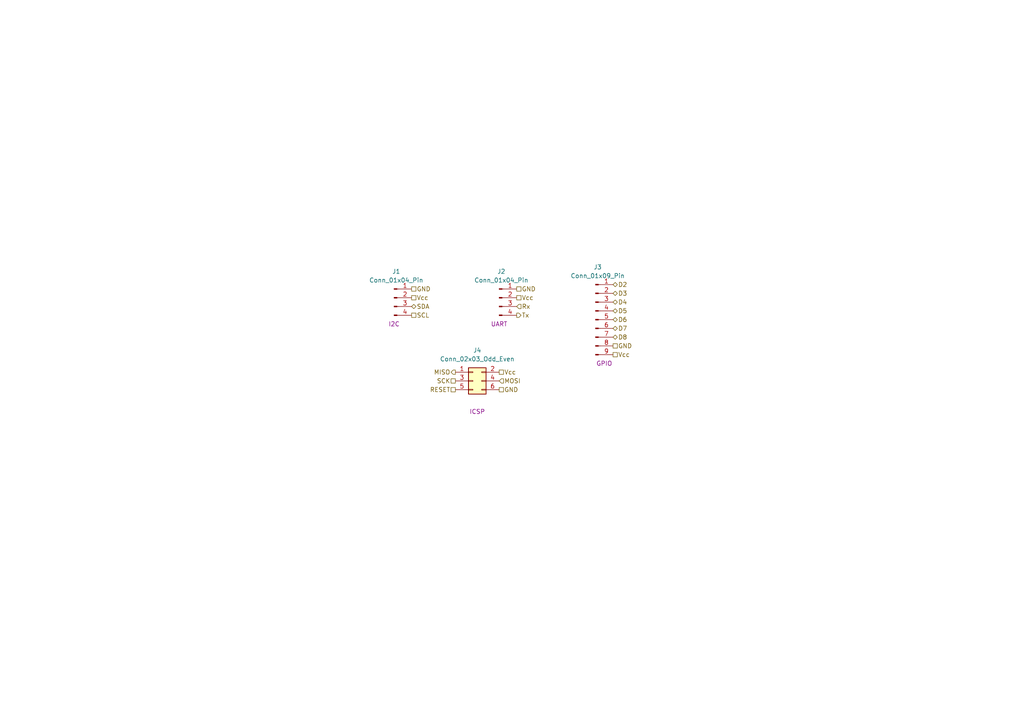
<source format=kicad_sch>
(kicad_sch
	(version 20231120)
	(generator "eeschema")
	(generator_version "8.0")
	(uuid "bd4f71a5-4339-4ba1-ae31-4edf97dfb904")
	(paper "A4")
	(lib_symbols
		(symbol "Connector:Conn_01x04_Pin"
			(pin_names
				(offset 1.016) hide)
			(exclude_from_sim no)
			(in_bom yes)
			(on_board yes)
			(property "Reference" "J"
				(at 0 5.08 0)
				(effects
					(font
						(size 1.27 1.27)
					)
				)
			)
			(property "Value" "Conn_01x04_Pin"
				(at 0 -7.62 0)
				(effects
					(font
						(size 1.27 1.27)
					)
				)
			)
			(property "Footprint" ""
				(at 0 0 0)
				(effects
					(font
						(size 1.27 1.27)
					)
					(hide yes)
				)
			)
			(property "Datasheet" "~"
				(at 0 0 0)
				(effects
					(font
						(size 1.27 1.27)
					)
					(hide yes)
				)
			)
			(property "Description" "Generic connector, single row, 01x04, script generated"
				(at 0 0 0)
				(effects
					(font
						(size 1.27 1.27)
					)
					(hide yes)
				)
			)
			(property "ki_locked" ""
				(at 0 0 0)
				(effects
					(font
						(size 1.27 1.27)
					)
				)
			)
			(property "ki_keywords" "connector"
				(at 0 0 0)
				(effects
					(font
						(size 1.27 1.27)
					)
					(hide yes)
				)
			)
			(property "ki_fp_filters" "Connector*:*_1x??_*"
				(at 0 0 0)
				(effects
					(font
						(size 1.27 1.27)
					)
					(hide yes)
				)
			)
			(symbol "Conn_01x04_Pin_1_1"
				(polyline
					(pts
						(xy 1.27 -5.08) (xy 0.8636 -5.08)
					)
					(stroke
						(width 0.1524)
						(type default)
					)
					(fill
						(type none)
					)
				)
				(polyline
					(pts
						(xy 1.27 -2.54) (xy 0.8636 -2.54)
					)
					(stroke
						(width 0.1524)
						(type default)
					)
					(fill
						(type none)
					)
				)
				(polyline
					(pts
						(xy 1.27 0) (xy 0.8636 0)
					)
					(stroke
						(width 0.1524)
						(type default)
					)
					(fill
						(type none)
					)
				)
				(polyline
					(pts
						(xy 1.27 2.54) (xy 0.8636 2.54)
					)
					(stroke
						(width 0.1524)
						(type default)
					)
					(fill
						(type none)
					)
				)
				(rectangle
					(start 0.8636 -4.953)
					(end 0 -5.207)
					(stroke
						(width 0.1524)
						(type default)
					)
					(fill
						(type outline)
					)
				)
				(rectangle
					(start 0.8636 -2.413)
					(end 0 -2.667)
					(stroke
						(width 0.1524)
						(type default)
					)
					(fill
						(type outline)
					)
				)
				(rectangle
					(start 0.8636 0.127)
					(end 0 -0.127)
					(stroke
						(width 0.1524)
						(type default)
					)
					(fill
						(type outline)
					)
				)
				(rectangle
					(start 0.8636 2.667)
					(end 0 2.413)
					(stroke
						(width 0.1524)
						(type default)
					)
					(fill
						(type outline)
					)
				)
				(pin passive line
					(at 5.08 2.54 180)
					(length 3.81)
					(name "Pin_1"
						(effects
							(font
								(size 1.27 1.27)
							)
						)
					)
					(number "1"
						(effects
							(font
								(size 1.27 1.27)
							)
						)
					)
				)
				(pin passive line
					(at 5.08 0 180)
					(length 3.81)
					(name "Pin_2"
						(effects
							(font
								(size 1.27 1.27)
							)
						)
					)
					(number "2"
						(effects
							(font
								(size 1.27 1.27)
							)
						)
					)
				)
				(pin passive line
					(at 5.08 -2.54 180)
					(length 3.81)
					(name "Pin_3"
						(effects
							(font
								(size 1.27 1.27)
							)
						)
					)
					(number "3"
						(effects
							(font
								(size 1.27 1.27)
							)
						)
					)
				)
				(pin passive line
					(at 5.08 -5.08 180)
					(length 3.81)
					(name "Pin_4"
						(effects
							(font
								(size 1.27 1.27)
							)
						)
					)
					(number "4"
						(effects
							(font
								(size 1.27 1.27)
							)
						)
					)
				)
			)
		)
		(symbol "Connector:Conn_01x09_Pin"
			(pin_names
				(offset 1.016) hide)
			(exclude_from_sim no)
			(in_bom yes)
			(on_board yes)
			(property "Reference" "J"
				(at 0 12.7 0)
				(effects
					(font
						(size 1.27 1.27)
					)
				)
			)
			(property "Value" "Conn_01x09_Pin"
				(at 0 -12.7 0)
				(effects
					(font
						(size 1.27 1.27)
					)
				)
			)
			(property "Footprint" ""
				(at 0 0 0)
				(effects
					(font
						(size 1.27 1.27)
					)
					(hide yes)
				)
			)
			(property "Datasheet" "~"
				(at 0 0 0)
				(effects
					(font
						(size 1.27 1.27)
					)
					(hide yes)
				)
			)
			(property "Description" "Generic connector, single row, 01x09, script generated"
				(at 0 0 0)
				(effects
					(font
						(size 1.27 1.27)
					)
					(hide yes)
				)
			)
			(property "ki_locked" ""
				(at 0 0 0)
				(effects
					(font
						(size 1.27 1.27)
					)
				)
			)
			(property "ki_keywords" "connector"
				(at 0 0 0)
				(effects
					(font
						(size 1.27 1.27)
					)
					(hide yes)
				)
			)
			(property "ki_fp_filters" "Connector*:*_1x??_*"
				(at 0 0 0)
				(effects
					(font
						(size 1.27 1.27)
					)
					(hide yes)
				)
			)
			(symbol "Conn_01x09_Pin_1_1"
				(polyline
					(pts
						(xy 1.27 -10.16) (xy 0.8636 -10.16)
					)
					(stroke
						(width 0.1524)
						(type default)
					)
					(fill
						(type none)
					)
				)
				(polyline
					(pts
						(xy 1.27 -7.62) (xy 0.8636 -7.62)
					)
					(stroke
						(width 0.1524)
						(type default)
					)
					(fill
						(type none)
					)
				)
				(polyline
					(pts
						(xy 1.27 -5.08) (xy 0.8636 -5.08)
					)
					(stroke
						(width 0.1524)
						(type default)
					)
					(fill
						(type none)
					)
				)
				(polyline
					(pts
						(xy 1.27 -2.54) (xy 0.8636 -2.54)
					)
					(stroke
						(width 0.1524)
						(type default)
					)
					(fill
						(type none)
					)
				)
				(polyline
					(pts
						(xy 1.27 0) (xy 0.8636 0)
					)
					(stroke
						(width 0.1524)
						(type default)
					)
					(fill
						(type none)
					)
				)
				(polyline
					(pts
						(xy 1.27 2.54) (xy 0.8636 2.54)
					)
					(stroke
						(width 0.1524)
						(type default)
					)
					(fill
						(type none)
					)
				)
				(polyline
					(pts
						(xy 1.27 5.08) (xy 0.8636 5.08)
					)
					(stroke
						(width 0.1524)
						(type default)
					)
					(fill
						(type none)
					)
				)
				(polyline
					(pts
						(xy 1.27 7.62) (xy 0.8636 7.62)
					)
					(stroke
						(width 0.1524)
						(type default)
					)
					(fill
						(type none)
					)
				)
				(polyline
					(pts
						(xy 1.27 10.16) (xy 0.8636 10.16)
					)
					(stroke
						(width 0.1524)
						(type default)
					)
					(fill
						(type none)
					)
				)
				(rectangle
					(start 0.8636 -10.033)
					(end 0 -10.287)
					(stroke
						(width 0.1524)
						(type default)
					)
					(fill
						(type outline)
					)
				)
				(rectangle
					(start 0.8636 -7.493)
					(end 0 -7.747)
					(stroke
						(width 0.1524)
						(type default)
					)
					(fill
						(type outline)
					)
				)
				(rectangle
					(start 0.8636 -4.953)
					(end 0 -5.207)
					(stroke
						(width 0.1524)
						(type default)
					)
					(fill
						(type outline)
					)
				)
				(rectangle
					(start 0.8636 -2.413)
					(end 0 -2.667)
					(stroke
						(width 0.1524)
						(type default)
					)
					(fill
						(type outline)
					)
				)
				(rectangle
					(start 0.8636 0.127)
					(end 0 -0.127)
					(stroke
						(width 0.1524)
						(type default)
					)
					(fill
						(type outline)
					)
				)
				(rectangle
					(start 0.8636 2.667)
					(end 0 2.413)
					(stroke
						(width 0.1524)
						(type default)
					)
					(fill
						(type outline)
					)
				)
				(rectangle
					(start 0.8636 5.207)
					(end 0 4.953)
					(stroke
						(width 0.1524)
						(type default)
					)
					(fill
						(type outline)
					)
				)
				(rectangle
					(start 0.8636 7.747)
					(end 0 7.493)
					(stroke
						(width 0.1524)
						(type default)
					)
					(fill
						(type outline)
					)
				)
				(rectangle
					(start 0.8636 10.287)
					(end 0 10.033)
					(stroke
						(width 0.1524)
						(type default)
					)
					(fill
						(type outline)
					)
				)
				(pin passive line
					(at 5.08 10.16 180)
					(length 3.81)
					(name "Pin_1"
						(effects
							(font
								(size 1.27 1.27)
							)
						)
					)
					(number "1"
						(effects
							(font
								(size 1.27 1.27)
							)
						)
					)
				)
				(pin passive line
					(at 5.08 7.62 180)
					(length 3.81)
					(name "Pin_2"
						(effects
							(font
								(size 1.27 1.27)
							)
						)
					)
					(number "2"
						(effects
							(font
								(size 1.27 1.27)
							)
						)
					)
				)
				(pin passive line
					(at 5.08 5.08 180)
					(length 3.81)
					(name "Pin_3"
						(effects
							(font
								(size 1.27 1.27)
							)
						)
					)
					(number "3"
						(effects
							(font
								(size 1.27 1.27)
							)
						)
					)
				)
				(pin passive line
					(at 5.08 2.54 180)
					(length 3.81)
					(name "Pin_4"
						(effects
							(font
								(size 1.27 1.27)
							)
						)
					)
					(number "4"
						(effects
							(font
								(size 1.27 1.27)
							)
						)
					)
				)
				(pin passive line
					(at 5.08 0 180)
					(length 3.81)
					(name "Pin_5"
						(effects
							(font
								(size 1.27 1.27)
							)
						)
					)
					(number "5"
						(effects
							(font
								(size 1.27 1.27)
							)
						)
					)
				)
				(pin passive line
					(at 5.08 -2.54 180)
					(length 3.81)
					(name "Pin_6"
						(effects
							(font
								(size 1.27 1.27)
							)
						)
					)
					(number "6"
						(effects
							(font
								(size 1.27 1.27)
							)
						)
					)
				)
				(pin passive line
					(at 5.08 -5.08 180)
					(length 3.81)
					(name "Pin_7"
						(effects
							(font
								(size 1.27 1.27)
							)
						)
					)
					(number "7"
						(effects
							(font
								(size 1.27 1.27)
							)
						)
					)
				)
				(pin passive line
					(at 5.08 -7.62 180)
					(length 3.81)
					(name "Pin_8"
						(effects
							(font
								(size 1.27 1.27)
							)
						)
					)
					(number "8"
						(effects
							(font
								(size 1.27 1.27)
							)
						)
					)
				)
				(pin passive line
					(at 5.08 -10.16 180)
					(length 3.81)
					(name "Pin_9"
						(effects
							(font
								(size 1.27 1.27)
							)
						)
					)
					(number "9"
						(effects
							(font
								(size 1.27 1.27)
							)
						)
					)
				)
			)
		)
		(symbol "Connector_Generic:Conn_02x03_Odd_Even"
			(pin_names
				(offset 1.016) hide)
			(exclude_from_sim no)
			(in_bom yes)
			(on_board yes)
			(property "Reference" "J"
				(at 1.27 5.08 0)
				(effects
					(font
						(size 1.27 1.27)
					)
				)
			)
			(property "Value" "Conn_02x03_Odd_Even"
				(at 1.27 -5.08 0)
				(effects
					(font
						(size 1.27 1.27)
					)
				)
			)
			(property "Footprint" ""
				(at 0 0 0)
				(effects
					(font
						(size 1.27 1.27)
					)
					(hide yes)
				)
			)
			(property "Datasheet" "~"
				(at 0 0 0)
				(effects
					(font
						(size 1.27 1.27)
					)
					(hide yes)
				)
			)
			(property "Description" "Generic connector, double row, 02x03, odd/even pin numbering scheme (row 1 odd numbers, row 2 even numbers), script generated (kicad-library-utils/schlib/autogen/connector/)"
				(at 0 0 0)
				(effects
					(font
						(size 1.27 1.27)
					)
					(hide yes)
				)
			)
			(property "ki_keywords" "connector"
				(at 0 0 0)
				(effects
					(font
						(size 1.27 1.27)
					)
					(hide yes)
				)
			)
			(property "ki_fp_filters" "Connector*:*_2x??_*"
				(at 0 0 0)
				(effects
					(font
						(size 1.27 1.27)
					)
					(hide yes)
				)
			)
			(symbol "Conn_02x03_Odd_Even_1_1"
				(rectangle
					(start -1.27 -2.413)
					(end 0 -2.667)
					(stroke
						(width 0.1524)
						(type default)
					)
					(fill
						(type none)
					)
				)
				(rectangle
					(start -1.27 0.127)
					(end 0 -0.127)
					(stroke
						(width 0.1524)
						(type default)
					)
					(fill
						(type none)
					)
				)
				(rectangle
					(start -1.27 2.667)
					(end 0 2.413)
					(stroke
						(width 0.1524)
						(type default)
					)
					(fill
						(type none)
					)
				)
				(rectangle
					(start -1.27 3.81)
					(end 3.81 -3.81)
					(stroke
						(width 0.254)
						(type default)
					)
					(fill
						(type background)
					)
				)
				(rectangle
					(start 3.81 -2.413)
					(end 2.54 -2.667)
					(stroke
						(width 0.1524)
						(type default)
					)
					(fill
						(type none)
					)
				)
				(rectangle
					(start 3.81 0.127)
					(end 2.54 -0.127)
					(stroke
						(width 0.1524)
						(type default)
					)
					(fill
						(type none)
					)
				)
				(rectangle
					(start 3.81 2.667)
					(end 2.54 2.413)
					(stroke
						(width 0.1524)
						(type default)
					)
					(fill
						(type none)
					)
				)
				(pin passive line
					(at -5.08 2.54 0)
					(length 3.81)
					(name "Pin_1"
						(effects
							(font
								(size 1.27 1.27)
							)
						)
					)
					(number "1"
						(effects
							(font
								(size 1.27 1.27)
							)
						)
					)
				)
				(pin passive line
					(at 7.62 2.54 180)
					(length 3.81)
					(name "Pin_2"
						(effects
							(font
								(size 1.27 1.27)
							)
						)
					)
					(number "2"
						(effects
							(font
								(size 1.27 1.27)
							)
						)
					)
				)
				(pin passive line
					(at -5.08 0 0)
					(length 3.81)
					(name "Pin_3"
						(effects
							(font
								(size 1.27 1.27)
							)
						)
					)
					(number "3"
						(effects
							(font
								(size 1.27 1.27)
							)
						)
					)
				)
				(pin passive line
					(at 7.62 0 180)
					(length 3.81)
					(name "Pin_4"
						(effects
							(font
								(size 1.27 1.27)
							)
						)
					)
					(number "4"
						(effects
							(font
								(size 1.27 1.27)
							)
						)
					)
				)
				(pin passive line
					(at -5.08 -2.54 0)
					(length 3.81)
					(name "Pin_5"
						(effects
							(font
								(size 1.27 1.27)
							)
						)
					)
					(number "5"
						(effects
							(font
								(size 1.27 1.27)
							)
						)
					)
				)
				(pin passive line
					(at 7.62 -2.54 180)
					(length 3.81)
					(name "Pin_6"
						(effects
							(font
								(size 1.27 1.27)
							)
						)
					)
					(number "6"
						(effects
							(font
								(size 1.27 1.27)
							)
						)
					)
				)
			)
		)
	)
	(hierarchical_label "Rx"
		(shape input)
		(at 149.86 88.9 0)
		(fields_autoplaced yes)
		(effects
			(font
				(size 1.27 1.27)
			)
			(justify left)
		)
		(uuid "0761dec5-c325-4c0c-8467-57f8e56cd48c")
	)
	(hierarchical_label "D5"
		(shape bidirectional)
		(at 177.8 90.17 0)
		(fields_autoplaced yes)
		(effects
			(font
				(size 1.27 1.27)
			)
			(justify left)
		)
		(uuid "151ddc86-b3bc-4c82-9509-d2aa1ec60b03")
	)
	(hierarchical_label "D3"
		(shape bidirectional)
		(at 177.8 85.09 0)
		(fields_autoplaced yes)
		(effects
			(font
				(size 1.27 1.27)
			)
			(justify left)
		)
		(uuid "18e5529f-4b76-4459-bdad-f769de373590")
	)
	(hierarchical_label "D8"
		(shape bidirectional)
		(at 177.8 97.79 0)
		(fields_autoplaced yes)
		(effects
			(font
				(size 1.27 1.27)
			)
			(justify left)
		)
		(uuid "1a9404a1-f424-402b-9ac9-7e394ee25311")
	)
	(hierarchical_label "GND"
		(shape passive)
		(at 119.38 83.82 0)
		(fields_autoplaced yes)
		(effects
			(font
				(size 1.27 1.27)
			)
			(justify left)
		)
		(uuid "3464bb55-6264-4abc-b128-2126093c6b0b")
	)
	(hierarchical_label "Vcc"
		(shape passive)
		(at 144.78 107.95 0)
		(fields_autoplaced yes)
		(effects
			(font
				(size 1.27 1.27)
			)
			(justify left)
		)
		(uuid "4967e92d-a349-4868-8aa7-c7701aa91eae")
	)
	(hierarchical_label "Tx"
		(shape output)
		(at 149.86 91.44 0)
		(fields_autoplaced yes)
		(effects
			(font
				(size 1.27 1.27)
			)
			(justify left)
		)
		(uuid "4a97568d-37c2-4565-8f8d-df471739bcef")
	)
	(hierarchical_label "Vcc"
		(shape passive)
		(at 149.86 86.36 0)
		(fields_autoplaced yes)
		(effects
			(font
				(size 1.27 1.27)
			)
			(justify left)
		)
		(uuid "70af2c97-ff30-4a96-8526-85006c6e197f")
	)
	(hierarchical_label "Vcc"
		(shape passive)
		(at 119.38 86.36 0)
		(fields_autoplaced yes)
		(effects
			(font
				(size 1.27 1.27)
			)
			(justify left)
		)
		(uuid "7d2d4d20-433f-4dd3-9aec-7dc63d3c753b")
	)
	(hierarchical_label "GND"
		(shape passive)
		(at 177.8 100.33 0)
		(fields_autoplaced yes)
		(effects
			(font
				(size 1.27 1.27)
			)
			(justify left)
		)
		(uuid "8289f338-3e82-4a52-9752-d4ec14c05da7")
	)
	(hierarchical_label "D2"
		(shape bidirectional)
		(at 177.8 82.55 0)
		(fields_autoplaced yes)
		(effects
			(font
				(size 1.27 1.27)
			)
			(justify left)
		)
		(uuid "8b818e39-7967-4c8d-a2aa-5f4738a3e040")
	)
	(hierarchical_label "GND"
		(shape passive)
		(at 144.78 113.03 0)
		(fields_autoplaced yes)
		(effects
			(font
				(size 1.27 1.27)
			)
			(justify left)
		)
		(uuid "8be4cfcb-38ae-4650-9207-ba3fcee58acd")
	)
	(hierarchical_label "SCK"
		(shape passive)
		(at 132.08 110.49 180)
		(fields_autoplaced yes)
		(effects
			(font
				(size 1.27 1.27)
			)
			(justify right)
		)
		(uuid "90f3e259-3b9a-4add-be5a-7918c339d563")
	)
	(hierarchical_label "SCL"
		(shape passive)
		(at 119.38 91.44 0)
		(fields_autoplaced yes)
		(effects
			(font
				(size 1.27 1.27)
			)
			(justify left)
		)
		(uuid "979b2edb-dde8-4991-bc38-436245265ddd")
	)
	(hierarchical_label "SDA"
		(shape bidirectional)
		(at 119.38 88.9 0)
		(fields_autoplaced yes)
		(effects
			(font
				(size 1.27 1.27)
			)
			(justify left)
		)
		(uuid "9bfba1ab-25c8-4dc5-a6e9-b886881a260e")
	)
	(hierarchical_label "D7"
		(shape bidirectional)
		(at 177.8 95.25 0)
		(fields_autoplaced yes)
		(effects
			(font
				(size 1.27 1.27)
			)
			(justify left)
		)
		(uuid "ad2f422d-7506-4421-a02c-ce7508bc3f06")
	)
	(hierarchical_label "GND"
		(shape passive)
		(at 149.86 83.82 0)
		(fields_autoplaced yes)
		(effects
			(font
				(size 1.27 1.27)
			)
			(justify left)
		)
		(uuid "b473f4bf-daa0-4822-82f2-c1e58149f2b2")
	)
	(hierarchical_label "D4"
		(shape bidirectional)
		(at 177.8 87.63 0)
		(fields_autoplaced yes)
		(effects
			(font
				(size 1.27 1.27)
			)
			(justify left)
		)
		(uuid "b8485599-04b1-404c-84e9-67e9c617d1e6")
	)
	(hierarchical_label "RESET"
		(shape passive)
		(at 132.08 113.03 180)
		(fields_autoplaced yes)
		(effects
			(font
				(size 1.27 1.27)
			)
			(justify right)
		)
		(uuid "b93d2bec-c3c4-456c-b230-e516ed9df6a0")
	)
	(hierarchical_label "MOSI"
		(shape input)
		(at 144.78 110.49 0)
		(fields_autoplaced yes)
		(effects
			(font
				(size 1.27 1.27)
			)
			(justify left)
		)
		(uuid "be291d6f-0772-493e-a22d-ea2ee833608c")
	)
	(hierarchical_label "D6"
		(shape bidirectional)
		(at 177.8 92.71 0)
		(fields_autoplaced yes)
		(effects
			(font
				(size 1.27 1.27)
			)
			(justify left)
		)
		(uuid "e4901e54-2263-48a7-b26e-bd3440ab67a5")
	)
	(hierarchical_label "Vcc"
		(shape passive)
		(at 177.8 102.87 0)
		(fields_autoplaced yes)
		(effects
			(font
				(size 1.27 1.27)
			)
			(justify left)
		)
		(uuid "f4365bd5-f850-4fe8-8bd7-6c40e4f79584")
	)
	(hierarchical_label "MISO"
		(shape output)
		(at 132.08 107.95 180)
		(fields_autoplaced yes)
		(effects
			(font
				(size 1.27 1.27)
			)
			(justify right)
		)
		(uuid "f9c7ead8-9050-4bbd-b508-ea213657477d")
	)
	(symbol
		(lib_id "Connector:Conn_01x09_Pin")
		(at 172.72 92.71 0)
		(unit 1)
		(exclude_from_sim no)
		(in_bom yes)
		(on_board yes)
		(dnp no)
		(uuid "3d1b218e-0c39-431f-9636-8d0528d3f80e")
		(property "Reference" "J3"
			(at 173.355 77.47 0)
			(effects
				(font
					(size 1.27 1.27)
				)
			)
		)
		(property "Value" "Conn_01x09_Pin"
			(at 173.355 80.01 0)
			(effects
				(font
					(size 1.27 1.27)
				)
			)
		)
		(property "Footprint" "Connector_PinHeader_2.54mm:PinHeader_1x09_P2.54mm_Vertical"
			(at 172.72 92.71 0)
			(effects
				(font
					(size 1.27 1.27)
				)
				(hide yes)
			)
		)
		(property "Datasheet" "~"
			(at 172.72 92.71 0)
			(effects
				(font
					(size 1.27 1.27)
				)
				(hide yes)
			)
		)
		(property "Description" "Generic connector, single row, 01x09, script generated"
			(at 172.72 92.71 0)
			(effects
				(font
					(size 1.27 1.27)
				)
				(hide yes)
			)
		)
		(property "Purpose" "GPIO"
			(at 175.26 105.41 0)
			(effects
				(font
					(size 1.27 1.27)
				)
			)
		)
		(pin "6"
			(uuid "5580e84a-45d4-4cc7-a347-1fe58b8350cd")
		)
		(pin "2"
			(uuid "810452db-f660-41db-af38-8bcd5f0329bb")
		)
		(pin "4"
			(uuid "172869c0-a3cf-488d-a89d-f90c83a0d522")
		)
		(pin "7"
			(uuid "5f863f0b-0ad6-4670-a4f7-e3912a3a3bde")
		)
		(pin "8"
			(uuid "50ce43e5-5317-4c82-a6a1-2c1569b5a6e6")
		)
		(pin "3"
			(uuid "a89b7d6e-ac73-4579-bbb3-4a4acd74708e")
		)
		(pin "5"
			(uuid "cefea8e4-10b1-49c0-a1e6-7a021f085c82")
		)
		(pin "1"
			(uuid "81fd36f7-2a06-4d39-8f5d-69b7ab382705")
		)
		(pin "9"
			(uuid "80d54839-ecbd-4e00-ac73-edd9f58e4bfa")
		)
		(instances
			(project ""
				(path "/45396cfa-d12e-4974-8c9e-89448920a668/98e104c2-6d2b-4985-a4b4-0aaffd284e5c"
					(reference "J3")
					(unit 1)
				)
			)
		)
	)
	(symbol
		(lib_id "Connector_Generic:Conn_02x03_Odd_Even")
		(at 137.16 110.49 0)
		(unit 1)
		(exclude_from_sim no)
		(in_bom yes)
		(on_board yes)
		(dnp no)
		(uuid "9590cc68-7065-4f99-8a7a-d65cc9d4be5c")
		(property "Reference" "J4"
			(at 138.43 101.6 0)
			(effects
				(font
					(size 1.27 1.27)
				)
			)
		)
		(property "Value" "Conn_02x03_Odd_Even"
			(at 138.43 104.14 0)
			(effects
				(font
					(size 1.27 1.27)
				)
			)
		)
		(property "Footprint" "Connector_PinHeader_2.54mm:PinHeader_2x03_P2.54mm_Vertical"
			(at 137.16 110.49 0)
			(effects
				(font
					(size 1.27 1.27)
				)
				(hide yes)
			)
		)
		(property "Datasheet" "~"
			(at 137.16 110.49 0)
			(effects
				(font
					(size 1.27 1.27)
				)
				(hide yes)
			)
		)
		(property "Description" "Generic connector, double row, 02x03, odd/even pin numbering scheme (row 1 odd numbers, row 2 even numbers), script generated (kicad-library-utils/schlib/autogen/connector/)"
			(at 137.16 110.49 0)
			(effects
				(font
					(size 1.27 1.27)
				)
				(hide yes)
			)
		)
		(property "Purpose" "ICSP"
			(at 138.43 119.38 0)
			(effects
				(font
					(size 1.27 1.27)
				)
			)
		)
		(pin "6"
			(uuid "b194c4b4-8137-43ab-adc3-dd7fd29dc138")
		)
		(pin "1"
			(uuid "72d7b365-b778-47d6-b0b5-ca1f0b1d702f")
		)
		(pin "2"
			(uuid "e9481584-8aaa-4e9c-bff5-5bf19f143549")
		)
		(pin "5"
			(uuid "4083eefd-9641-4ea9-9f9e-ae18b0730f4c")
		)
		(pin "3"
			(uuid "b8359a57-4a63-4164-b18c-a63d5fa4f16d")
		)
		(pin "4"
			(uuid "cc95d471-3ffe-4129-acff-79eb2c9bf1de")
		)
		(instances
			(project ""
				(path "/45396cfa-d12e-4974-8c9e-89448920a668/98e104c2-6d2b-4985-a4b4-0aaffd284e5c"
					(reference "J4")
					(unit 1)
				)
			)
		)
	)
	(symbol
		(lib_id "Connector:Conn_01x04_Pin")
		(at 144.78 86.36 0)
		(unit 1)
		(exclude_from_sim no)
		(in_bom yes)
		(on_board yes)
		(dnp no)
		(uuid "bcc33500-a2f0-472a-a6aa-dfe8a3426de8")
		(property "Reference" "J2"
			(at 145.415 78.74 0)
			(effects
				(font
					(size 1.27 1.27)
				)
			)
		)
		(property "Value" "Conn_01x04_Pin"
			(at 145.415 81.28 0)
			(effects
				(font
					(size 1.27 1.27)
				)
			)
		)
		(property "Footprint" "Connector_PinHeader_2.54mm:PinHeader_1x04_P2.54mm_Vertical"
			(at 144.78 86.36 0)
			(effects
				(font
					(size 1.27 1.27)
				)
				(hide yes)
			)
		)
		(property "Datasheet" "~"
			(at 144.78 86.36 0)
			(effects
				(font
					(size 1.27 1.27)
				)
				(hide yes)
			)
		)
		(property "Description" "Generic connector, single row, 01x04, script generated"
			(at 144.78 86.36 0)
			(effects
				(font
					(size 1.27 1.27)
				)
				(hide yes)
			)
		)
		(property "Purpose" "UART"
			(at 144.78 93.98 0)
			(effects
				(font
					(size 1.27 1.27)
				)
			)
		)
		(pin "4"
			(uuid "3fa199dc-ab1d-447d-a28e-cfeabf1a0049")
		)
		(pin "2"
			(uuid "7ffb71ae-f9c4-4036-b8ba-d27a83f92558")
		)
		(pin "1"
			(uuid "e2a5dbb2-8867-4ea6-a7e3-36fe258818fd")
		)
		(pin "3"
			(uuid "5518c4d2-cd92-42e9-abdb-033c325a4fe3")
		)
		(instances
			(project "Project 3 MCU Data Logger"
				(path "/45396cfa-d12e-4974-8c9e-89448920a668/98e104c2-6d2b-4985-a4b4-0aaffd284e5c"
					(reference "J2")
					(unit 1)
				)
			)
		)
	)
	(symbol
		(lib_id "Connector:Conn_01x04_Pin")
		(at 114.3 86.36 0)
		(unit 1)
		(exclude_from_sim no)
		(in_bom yes)
		(on_board yes)
		(dnp no)
		(uuid "ea04f83b-2bc3-48f2-9128-10446c4cd28f")
		(property "Reference" "J1"
			(at 114.935 78.74 0)
			(effects
				(font
					(size 1.27 1.27)
				)
			)
		)
		(property "Value" "Conn_01x04_Pin"
			(at 114.935 81.28 0)
			(effects
				(font
					(size 1.27 1.27)
				)
			)
		)
		(property "Footprint" "Connector_PinHeader_2.54mm:PinHeader_1x04_P2.54mm_Vertical"
			(at 114.3 86.36 0)
			(effects
				(font
					(size 1.27 1.27)
				)
				(hide yes)
			)
		)
		(property "Datasheet" "~"
			(at 114.3 86.36 0)
			(effects
				(font
					(size 1.27 1.27)
				)
				(hide yes)
			)
		)
		(property "Description" "Generic connector, single row, 01x04, script generated"
			(at 114.3 86.36 0)
			(effects
				(font
					(size 1.27 1.27)
				)
				(hide yes)
			)
		)
		(property "Purpose" "I2C"
			(at 114.3 93.98 0)
			(effects
				(font
					(size 1.27 1.27)
				)
			)
		)
		(pin "4"
			(uuid "c6a99397-6b08-4e2a-8f10-727c545bffbb")
		)
		(pin "2"
			(uuid "dc5b03cd-9327-4517-ae91-d108a133cccb")
		)
		(pin "1"
			(uuid "25cf642c-2d16-449e-a6e7-2864ab61e476")
		)
		(pin "3"
			(uuid "d4cf5f2d-ddbb-4db5-8bfe-85adfd983381")
		)
		(instances
			(project ""
				(path "/45396cfa-d12e-4974-8c9e-89448920a668/98e104c2-6d2b-4985-a4b4-0aaffd284e5c"
					(reference "J1")
					(unit 1)
				)
			)
		)
	)
)

</source>
